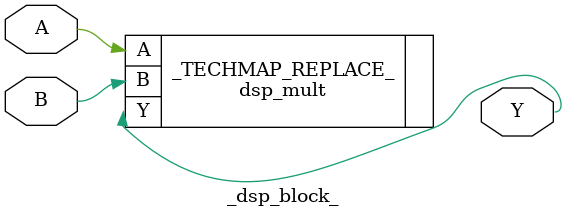
<source format=v>

module _dsp_block_ (
    A,
    B,
    Y
);

    parameter A_SIGNED = 0;
    parameter B_SIGNED = 0;
    parameter A_WIDTH = 1;
    parameter B_WIDTH = 1;
    parameter Y_WIDTH = 1;

    (* force_downto *)
    input [A_WIDTH-1:0] A;
    (* force_downto *)
    input [B_WIDTH-1:0] B;
    (* force_downto *)
    output [Y_WIDTH-1:0] Y;

    dsp_mult _TECHMAP_REPLACE_ (
        .A(A),
        .B(B),
        .Y(Y)
    );


endmodule  // tech_multiplier

</source>
